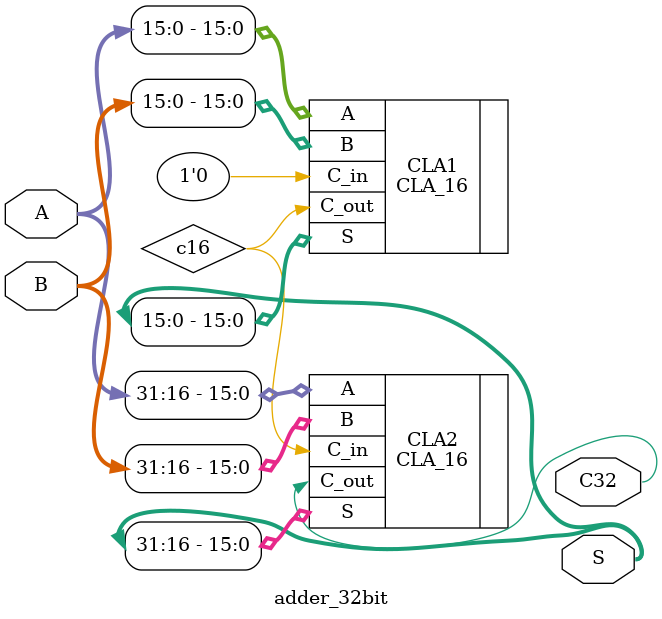
<source format=v>
module	adder_32bit(
  input [31:0] A,
  input [31:0] B,
  output [31:0] S,
  output C32
);
  wire c16;

  CLA_16 CLA1(
    .A(A[15:0]),
    .B(B[15:0]),
    .C_in(1'b0),
    .S(S[15:0]),
    .C_out(c16)
  );

  CLA_16 CLA2(
    .A(A[31:16]),
    .B(B[31:16]),
    .C_in(c16),
    .S(S[31:16]),
    .C_out(C32)
  );
endmodule

</source>
